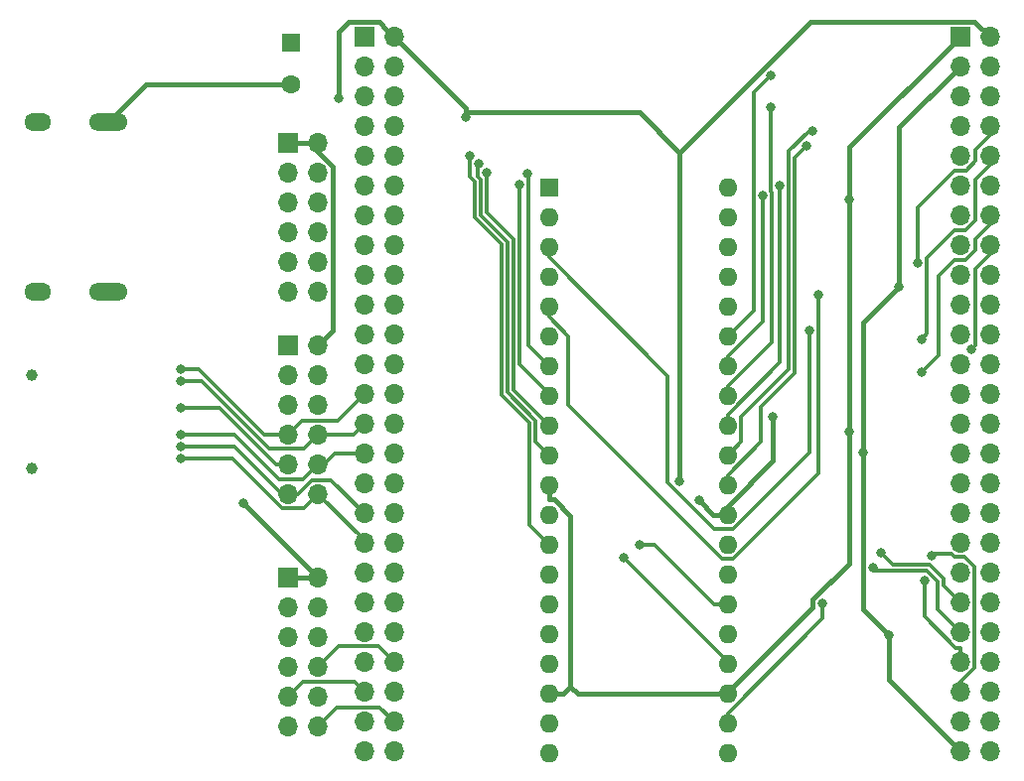
<source format=gbl>
G04 #@! TF.GenerationSoftware,KiCad,Pcbnew,8.0.3*
G04 #@! TF.CreationDate,2024-06-06T03:05:29-03:00*
G04 #@! TF.ProjectId,MSX_GOAULD_XC7,4d53585f-474f-4415-954c-445f5843372e,rev?*
G04 #@! TF.SameCoordinates,Original*
G04 #@! TF.FileFunction,Copper,L2,Bot*
G04 #@! TF.FilePolarity,Positive*
%FSLAX46Y46*%
G04 Gerber Fmt 4.6, Leading zero omitted, Abs format (unit mm)*
G04 Created by KiCad (PCBNEW 8.0.3) date 2024-06-06 03:05:29*
%MOMM*%
%LPD*%
G01*
G04 APERTURE LIST*
G04 #@! TA.AperFunction,ComponentPad*
%ADD10R,1.600000X1.600000*%
G04 #@! TD*
G04 #@! TA.AperFunction,ComponentPad*
%ADD11O,1.600000X1.600000*%
G04 #@! TD*
G04 #@! TA.AperFunction,ComponentPad*
%ADD12O,3.300000X1.500000*%
G04 #@! TD*
G04 #@! TA.AperFunction,ComponentPad*
%ADD13O,2.300000X1.500000*%
G04 #@! TD*
G04 #@! TA.AperFunction,ComponentPad*
%ADD14C,1.000000*%
G04 #@! TD*
G04 #@! TA.AperFunction,ComponentPad*
%ADD15C,1.600000*%
G04 #@! TD*
G04 #@! TA.AperFunction,ComponentPad*
%ADD16R,1.700000X1.700000*%
G04 #@! TD*
G04 #@! TA.AperFunction,ComponentPad*
%ADD17O,1.700000X1.700000*%
G04 #@! TD*
G04 #@! TA.AperFunction,ViaPad*
%ADD18C,0.800000*%
G04 #@! TD*
G04 #@! TA.AperFunction,Conductor*
%ADD19C,0.450000*%
G04 #@! TD*
G04 #@! TA.AperFunction,Conductor*
%ADD20C,0.300000*%
G04 #@! TD*
G04 APERTURE END LIST*
D10*
X141351000Y-93472000D03*
D11*
X141351000Y-96012000D03*
X141351000Y-98552000D03*
X141351000Y-101092000D03*
X141351000Y-103632000D03*
X141351000Y-106172000D03*
X141351000Y-108712000D03*
X141351000Y-111252000D03*
X141351000Y-113792000D03*
X141351000Y-116332000D03*
X141351000Y-118872000D03*
X141351000Y-121412000D03*
X141351000Y-123952000D03*
X141351000Y-126492000D03*
X141351000Y-129032000D03*
X141351000Y-131572000D03*
X141351000Y-134112000D03*
X141351000Y-136652000D03*
X141351000Y-139192000D03*
X141351000Y-141732000D03*
X156591000Y-141732000D03*
X156591000Y-139192000D03*
X156591000Y-136652000D03*
X156591000Y-134112000D03*
X156591000Y-131572000D03*
X156591000Y-129032000D03*
X156591000Y-126492000D03*
X156591000Y-123952000D03*
X156591000Y-121412000D03*
X156591000Y-118872000D03*
X156591000Y-116332000D03*
X156591000Y-113792000D03*
X156591000Y-111252000D03*
X156591000Y-108712000D03*
X156591000Y-106172000D03*
X156591000Y-103632000D03*
X156591000Y-101092000D03*
X156591000Y-98552000D03*
X156591000Y-96012000D03*
X156591000Y-93472000D03*
D12*
X103750000Y-102384000D03*
X103750000Y-87884000D03*
D13*
X97790000Y-102384000D03*
X97790000Y-87884000D03*
D14*
X97282000Y-109474000D03*
X97282000Y-117474000D03*
D10*
X119380000Y-81151300D03*
D15*
X119380000Y-84651300D03*
D16*
X119126000Y-89662000D03*
D17*
X121666000Y-89662000D03*
X119126000Y-92202000D03*
X121666000Y-92202000D03*
X119126000Y-94742000D03*
X121666000Y-94742000D03*
X119126000Y-97282000D03*
X121666000Y-97282000D03*
X119126000Y-99822000D03*
X121666000Y-99822000D03*
X119126000Y-102362000D03*
X121666000Y-102362000D03*
D16*
X119126000Y-106934000D03*
D17*
X121666000Y-106934000D03*
X119126000Y-109474000D03*
X121666000Y-109474000D03*
X119126000Y-112014000D03*
X121666000Y-112014000D03*
X119126000Y-114554000D03*
X121666000Y-114554000D03*
X119126000Y-117094000D03*
X121666000Y-117094000D03*
X119126000Y-119634000D03*
X121666000Y-119634000D03*
D16*
X125597500Y-80624000D03*
D17*
X128137500Y-80624000D03*
X125597500Y-83164000D03*
X128137500Y-83164000D03*
X125597500Y-85704000D03*
X128137500Y-85704000D03*
X125597500Y-88244000D03*
X128137500Y-88244000D03*
X125597500Y-90784000D03*
X128137500Y-90784000D03*
X125597500Y-93324000D03*
X128137500Y-93324000D03*
X125597500Y-95864000D03*
X128137500Y-95864000D03*
X125597500Y-98404000D03*
X128137500Y-98404000D03*
X125597500Y-100944000D03*
X128137500Y-100944000D03*
X125597500Y-103484000D03*
X128137500Y-103484000D03*
X125597500Y-106024000D03*
X128137500Y-106024000D03*
X125597500Y-108564000D03*
X128137500Y-108564000D03*
X125597500Y-111104000D03*
X128137500Y-111104000D03*
X125597500Y-113644000D03*
X128137500Y-113644000D03*
X125597500Y-116184000D03*
X128137500Y-116184000D03*
X125597500Y-118724000D03*
X128137500Y-118724000D03*
X125597500Y-121264000D03*
X128137500Y-121264000D03*
X125597500Y-123804000D03*
X128137500Y-123804000D03*
X125597500Y-126344000D03*
X128137500Y-126344000D03*
X125597500Y-128884000D03*
X128137500Y-128884000D03*
X125597500Y-131424000D03*
X128137500Y-131424000D03*
X125597500Y-133964000D03*
X128137500Y-133964000D03*
X125597500Y-136504000D03*
X128137500Y-136504000D03*
X125597500Y-139044000D03*
X128137500Y-139044000D03*
X125597500Y-141584000D03*
X128137500Y-141584000D03*
D16*
X176397500Y-80594000D03*
D17*
X178937500Y-80594000D03*
X176397500Y-83134000D03*
X178937500Y-83134000D03*
X176397500Y-85674000D03*
X178937500Y-85674000D03*
X176397500Y-88214000D03*
X178937500Y-88214000D03*
X176397500Y-90754000D03*
X178937500Y-90754000D03*
X176397500Y-93294000D03*
X178937500Y-93294000D03*
X176397500Y-95834000D03*
X178937500Y-95834000D03*
X176397500Y-98374000D03*
X178937500Y-98374000D03*
X176397500Y-100914000D03*
X178937500Y-100914000D03*
X176397500Y-103454000D03*
X178937500Y-103454000D03*
X176397500Y-105994000D03*
X178937500Y-105994000D03*
X176397500Y-108534000D03*
X178937500Y-108534000D03*
X176397500Y-111074000D03*
X178937500Y-111074000D03*
X176397500Y-113614000D03*
X178937500Y-113614000D03*
X176397500Y-116154000D03*
X178937500Y-116154000D03*
X176397500Y-118694000D03*
X178937500Y-118694000D03*
X176397500Y-121234000D03*
X178937500Y-121234000D03*
X176397500Y-123774000D03*
X178937500Y-123774000D03*
X176397500Y-126314000D03*
X178937500Y-126314000D03*
X176397500Y-128854000D03*
X178937500Y-128854000D03*
X176397500Y-131394000D03*
X178937500Y-131394000D03*
X176397500Y-133934000D03*
X178937500Y-133934000D03*
X176397500Y-136474000D03*
X178937500Y-136474000D03*
X176397500Y-139014000D03*
X178937500Y-139014000D03*
X176397500Y-141554000D03*
X178937500Y-141554000D03*
D16*
X119126000Y-126746000D03*
D17*
X121666000Y-126746000D03*
X119126000Y-129286000D03*
X121666000Y-129286000D03*
X119126000Y-131826000D03*
X121666000Y-131826000D03*
X119126000Y-134366000D03*
X121666000Y-134366000D03*
X119126000Y-136906000D03*
X121666000Y-136906000D03*
X119126000Y-139446000D03*
X121666000Y-139446000D03*
D18*
X123444000Y-85852000D03*
X152480700Y-118533700D03*
X115316000Y-120396000D03*
X134250000Y-87492000D03*
X170309700Y-131631000D03*
X160466200Y-113060700D03*
X168122700Y-116078000D03*
X171197500Y-101974900D03*
X154151700Y-120199400D03*
X166935000Y-94541300D03*
X166915800Y-114325300D03*
X163320300Y-89916000D03*
X172822600Y-99917800D03*
X173112500Y-106423300D03*
X164662200Y-129000100D03*
X149124500Y-123943200D03*
X138823000Y-93201500D03*
X139510000Y-92265400D03*
X136014000Y-92215000D03*
X135382000Y-91440000D03*
X134601000Y-90815300D03*
X163830000Y-88646000D03*
X161056300Y-93353000D03*
X160285800Y-86615700D03*
X159554700Y-94186100D03*
X160266800Y-83900200D03*
X164292000Y-102660700D03*
X163571200Y-105697800D03*
X173107900Y-109220000D03*
X177334500Y-107312000D03*
X147719000Y-125079600D03*
X169680300Y-124662600D03*
X168984200Y-125932600D03*
X173940800Y-124885200D03*
X173363500Y-127025500D03*
X109982000Y-115570000D03*
X109982000Y-116586000D03*
X109982000Y-108966000D03*
X109982000Y-109982000D03*
X109982000Y-114554000D03*
X109982000Y-112268000D03*
D19*
X126862000Y-79349000D02*
X127500000Y-79986500D01*
X134250000Y-87056500D02*
X134250000Y-87492000D01*
X134250000Y-87056500D02*
X149049700Y-87056500D01*
X127500000Y-79986500D02*
X128138000Y-80624000D01*
X123444000Y-85852000D02*
X123444000Y-85789000D01*
X152480700Y-90487500D02*
X163650900Y-79317300D01*
X121666000Y-126746000D02*
X119126000Y-126746000D01*
X152480700Y-118533700D02*
X152480700Y-90487500D01*
X123444000Y-80170200D02*
X124265000Y-79349000D01*
X127500000Y-79986500D02*
X128137500Y-80624000D01*
X177660800Y-79317300D02*
X178937500Y-80594000D01*
X120929000Y-89662000D02*
X122941000Y-91673900D01*
X124265000Y-79349000D02*
X126862000Y-79349000D01*
X123444000Y-85852000D02*
X123444000Y-85789000D01*
X122941000Y-105659000D02*
X121666000Y-106934000D01*
X123444000Y-85789000D02*
X123444000Y-80170200D01*
X134250000Y-86736500D02*
X134250000Y-87056500D01*
X128138000Y-80624000D02*
X134250000Y-86736500D01*
X149049700Y-87056500D02*
X152480700Y-90487500D01*
X119126000Y-89662000D02*
X120929000Y-89662000D01*
X115316000Y-120396000D02*
X121666000Y-126746000D01*
X122941000Y-91673900D02*
X122941000Y-105659000D01*
X163650900Y-79317300D02*
X177660800Y-79317300D01*
X176397500Y-141554000D02*
X170309700Y-135466200D01*
X168140700Y-116078000D02*
X168140700Y-105031700D01*
X106983000Y-84651300D02*
X103750000Y-87884000D01*
X156591000Y-120645300D02*
X160466200Y-116770100D01*
X168140700Y-116078000D02*
X168140700Y-129462000D01*
X155364300Y-121412000D02*
X154151700Y-120199400D01*
X168140700Y-129462000D02*
X170309700Y-131631000D01*
X171197500Y-88334000D02*
X176397500Y-83134000D01*
X156591000Y-121412000D02*
X156591000Y-120645300D01*
X160466200Y-116770100D02*
X160466200Y-113060700D01*
X170309700Y-135466200D02*
X170309700Y-131631000D01*
X168140700Y-105031700D02*
X171197500Y-101974900D01*
X156591000Y-121412000D02*
X155364300Y-121412000D01*
X171197500Y-101974900D02*
X171197500Y-88334000D01*
X119380000Y-84651300D02*
X106983000Y-84651300D01*
X168140700Y-116078000D02*
X168122700Y-116078000D01*
X156591000Y-136652000D02*
X143804500Y-136652000D01*
X166935000Y-90056500D02*
X166935000Y-94541300D01*
X143191100Y-136038600D02*
X142577700Y-136652000D01*
X166915800Y-125579773D02*
X166915800Y-114325300D01*
X141351000Y-118872000D02*
X141351000Y-120098700D01*
X143191100Y-121487800D02*
X141802000Y-120098700D01*
X163837200Y-129278800D02*
X163837200Y-128658373D01*
X143804500Y-136652000D02*
X143191100Y-136038600D01*
X166915800Y-94560500D02*
X166915800Y-114325300D01*
X166935000Y-94541300D02*
X166915800Y-94560500D01*
X143191100Y-136038600D02*
X143191100Y-121487800D01*
X156591000Y-136652000D02*
X156591000Y-136525000D01*
X141802000Y-120098700D02*
X141351000Y-120098700D01*
X156591000Y-136525000D02*
X163837200Y-129278800D01*
X141351000Y-136652000D02*
X142577700Y-136652000D01*
X163837200Y-128658373D02*
X166915800Y-125579773D01*
X176397500Y-80594000D02*
X166935000Y-90056500D01*
D20*
X156591000Y-118872000D02*
X156591000Y-118008200D01*
X162309800Y-90926500D02*
X163320300Y-89916000D01*
X159450600Y-115148600D02*
X159450600Y-112197000D01*
X156591000Y-118008200D02*
X159450600Y-115148600D01*
X162309800Y-109337800D02*
X162309800Y-90926500D01*
X159450600Y-112197000D02*
X162309800Y-109337800D01*
X172822600Y-95148800D02*
X172822600Y-99917800D01*
X178937500Y-88214000D02*
X178937500Y-89040100D01*
X178937500Y-89040100D02*
X177735800Y-90241800D01*
X177735800Y-90241800D02*
X177735800Y-91200000D01*
X175947400Y-92024000D02*
X172822600Y-95148800D01*
X176911800Y-92024000D02*
X175947400Y-92024000D01*
X177735800Y-91200000D02*
X176911800Y-92024000D01*
X175966300Y-97104000D02*
X173574300Y-99496000D01*
X173574300Y-105961500D02*
X173112500Y-106423300D01*
X177735800Y-92781800D02*
X177735800Y-96252200D01*
X177735800Y-96252200D02*
X176884000Y-97104000D01*
X178937500Y-90754000D02*
X178937500Y-91580100D01*
X173574300Y-99496000D02*
X173574300Y-105961500D01*
X176884000Y-97104000D02*
X175966300Y-97104000D01*
X178937500Y-91580100D02*
X177735800Y-92781800D01*
X156591000Y-138328200D02*
X164662200Y-130257000D01*
X156591000Y-139192000D02*
X156591000Y-138328200D01*
X164662200Y-130257000D02*
X164662200Y-129000100D01*
X156591000Y-129032000D02*
X155439300Y-129032000D01*
X150350500Y-123943200D02*
X149124500Y-123943200D01*
X155439300Y-129032000D02*
X150350500Y-123943200D01*
X138811000Y-108585000D02*
X141351000Y-111125000D01*
X138811000Y-93213200D02*
X138811000Y-108585000D01*
X141351000Y-111125000D02*
X141351000Y-111252000D01*
X138823000Y-93201500D02*
X138811000Y-93213200D01*
X141351000Y-108712000D02*
X139573000Y-106934000D01*
X139573000Y-106934000D02*
X139573000Y-92456000D01*
X139573200Y-92455800D02*
X139573000Y-92456000D01*
X139637000Y-92392400D02*
X139510000Y-92265400D01*
X139573200Y-92329200D02*
X139573200Y-92455800D01*
X139510000Y-92265400D02*
X139573200Y-92329200D01*
X139573200Y-92329200D02*
X139636000Y-92392600D01*
X136017000Y-95631000D02*
X138311000Y-97925000D01*
X136017000Y-92217900D02*
X136017000Y-95631000D01*
X138311000Y-110752000D02*
X141351000Y-113792000D01*
X138311000Y-97925000D02*
X138311000Y-110752000D01*
X136014000Y-92215000D02*
X136017000Y-92217900D01*
X135517000Y-95838100D02*
X137811000Y-98132100D01*
X135264000Y-91558000D02*
X135264000Y-92525600D01*
X137811000Y-110959000D02*
X140201000Y-113349000D01*
X140201000Y-115182000D02*
X141351000Y-116332000D01*
X137811000Y-98132100D02*
X137811000Y-110959000D01*
X135517000Y-92778600D02*
X135517000Y-95838100D01*
X140201000Y-113349000D02*
X140201000Y-115182000D01*
X135264000Y-92525600D02*
X135517000Y-92778600D01*
X135382000Y-91440000D02*
X135264000Y-91558000D01*
X137311000Y-98339200D02*
X137311000Y-111166000D01*
X135017000Y-96045200D02*
X137311000Y-98339200D01*
X139701000Y-113556000D02*
X139701000Y-122302000D01*
X137311000Y-111166000D02*
X139701000Y-113556000D01*
X135017000Y-92985700D02*
X135017000Y-96045200D01*
X139701000Y-122302000D02*
X141351000Y-123952000D01*
X134601000Y-92569800D02*
X135017000Y-92985700D01*
X134601000Y-90815300D02*
X134601000Y-92569800D01*
X161808100Y-90367539D02*
X161808100Y-109006000D01*
X157742700Y-113071400D02*
X157742700Y-115180300D01*
X163529639Y-88646000D02*
X161808100Y-90367539D01*
X163830000Y-88646000D02*
X163529639Y-88646000D01*
X157742700Y-115180300D02*
X156591000Y-116332000D01*
X161808100Y-109006000D02*
X157742700Y-113071400D01*
X156718000Y-112762700D02*
X161056300Y-108424400D01*
X161056300Y-108424400D02*
X161056300Y-93353000D01*
X156591000Y-113792000D02*
X156591000Y-112903000D01*
X156591000Y-112903000D02*
X156718000Y-112776000D01*
X156718000Y-112776000D02*
X156718000Y-112762700D01*
X160307700Y-106671500D02*
X160307700Y-93875800D01*
X160307700Y-93875800D02*
X160285800Y-93853900D01*
X160285800Y-93853900D02*
X160285800Y-86615700D01*
X156591000Y-111252000D02*
X156591000Y-110388200D01*
X156591000Y-110388200D02*
X160307700Y-106671500D01*
X156591000Y-108712000D02*
X156591000Y-107848200D01*
X159554700Y-104884500D02*
X159554700Y-94186100D01*
X156591000Y-107848200D02*
X159554700Y-104884500D01*
X160266800Y-83900200D02*
X158803000Y-85364000D01*
X158803000Y-85364000D02*
X158803000Y-103960000D01*
X158803000Y-103960000D02*
X156591000Y-106172000D01*
X156129000Y-125125600D02*
X157069600Y-125125600D01*
X141351000Y-103632000D02*
X141351000Y-104495700D01*
X143002000Y-111998600D02*
X156129000Y-125125600D01*
X157069600Y-125125600D02*
X164354800Y-117840400D01*
X164354800Y-102723500D02*
X164292000Y-102660700D01*
X141351000Y-104495700D02*
X143002000Y-106146700D01*
X143002000Y-106146700D02*
X143002000Y-111998600D01*
X164354800Y-117840400D02*
X164354800Y-102723500D01*
X155428400Y-122595000D02*
X157045300Y-122595000D01*
X141351000Y-98552000D02*
X141351000Y-99415800D01*
X151485400Y-109550200D02*
X151485400Y-118652000D01*
X141351000Y-99415800D02*
X151485400Y-109550200D01*
X157045300Y-122595000D02*
X163571200Y-116069100D01*
X151485400Y-118652000D02*
X155428400Y-122595000D01*
X163571200Y-116069100D02*
X163571200Y-105697800D01*
X177735800Y-97861800D02*
X177735800Y-98799900D01*
X177735800Y-98799900D02*
X176891700Y-99644000D01*
X176891700Y-99644000D02*
X175892600Y-99644000D01*
X174528800Y-101007800D02*
X174528800Y-107799100D01*
X174528800Y-107799100D02*
X173107900Y-109220000D01*
X178937500Y-96660100D02*
X177735800Y-97861800D01*
X175892600Y-99644000D02*
X174528800Y-101007800D01*
X178937500Y-95834000D02*
X178937500Y-96660100D01*
X177334500Y-107312000D02*
X177667500Y-106979000D01*
X177667500Y-106979000D02*
X177667500Y-100472200D01*
X177667500Y-100472200D02*
X178937500Y-99202200D01*
X178937500Y-99202200D02*
X178937500Y-98374000D01*
X156591000Y-133951600D02*
X147719000Y-125079600D01*
X156591000Y-134112000D02*
X156591000Y-133951600D01*
X169680300Y-124662600D02*
X170654600Y-125636900D01*
X174998000Y-127454500D02*
X176397500Y-128854000D01*
X174998000Y-126820200D02*
X174998000Y-127454500D01*
X173814700Y-125636900D02*
X174998000Y-126820200D01*
X170654600Y-125636900D02*
X173814700Y-125636900D01*
X174498000Y-127099339D02*
X174498000Y-129494500D01*
X173537261Y-126138600D02*
X174498000Y-127099339D01*
X168984200Y-125932600D02*
X169190200Y-126138600D01*
X174498000Y-129494500D02*
X176397500Y-131394000D01*
X169190200Y-126138600D02*
X173537261Y-126138600D01*
X175640443Y-124714000D02*
X174112000Y-124714000D01*
X177616400Y-125833400D02*
X176757000Y-124974000D01*
X177616400Y-134426900D02*
X177616400Y-125833400D01*
X176397500Y-136474000D02*
X176397500Y-135645800D01*
X175900443Y-124974000D02*
X175640443Y-124714000D01*
X176397500Y-135645800D02*
X177616400Y-134426900D01*
X174112000Y-124714000D02*
X173940800Y-124885200D01*
X176757000Y-124974000D02*
X175900443Y-124974000D01*
X173363500Y-130071800D02*
X173363500Y-127025500D01*
X176397500Y-132732300D02*
X176024000Y-132732300D01*
X176397500Y-133934000D02*
X176397500Y-132732300D01*
X176024000Y-132732300D02*
X173363500Y-130071800D01*
X122768000Y-118434000D02*
X125597500Y-121263500D01*
X121169000Y-118434000D02*
X122768000Y-118434000D01*
X125597500Y-121263500D02*
X125598000Y-121264000D01*
X109982000Y-115570000D02*
X114554000Y-115570000D01*
X114554000Y-115570000D02*
X118618000Y-119634000D01*
X118618000Y-119634000D02*
X119126000Y-119634000D01*
X125597500Y-121263500D02*
X125597500Y-121264000D01*
X119969000Y-119634000D02*
X121169000Y-118434000D01*
X119126000Y-119634000D02*
X119969000Y-119634000D01*
X121666000Y-119634000D02*
X125598000Y-123566000D01*
X125598000Y-123685000D02*
X125598000Y-123804000D01*
X125597500Y-123685500D02*
X125597500Y-123804000D01*
X125598000Y-123685000D02*
X125597500Y-123685500D01*
X109982000Y-116586000D02*
X114381000Y-116586000D01*
X125598000Y-123566000D02*
X125598000Y-123685000D01*
X120466000Y-120834000D02*
X121666000Y-119634000D01*
X118629000Y-120834000D02*
X120466000Y-120834000D01*
X114381000Y-116586000D02*
X118629000Y-120834000D01*
X125597500Y-111104000D02*
X125597600Y-111104000D01*
X111506000Y-108966000D02*
X117094000Y-114554000D01*
X123348000Y-113354000D02*
X125597800Y-111104200D01*
X109982000Y-108966000D02*
X111506000Y-108966000D01*
X125597800Y-111104200D02*
X125598000Y-111104000D01*
X120326000Y-113354000D02*
X123348000Y-113354000D01*
X117094000Y-114554000D02*
X119126000Y-114554000D01*
X119126000Y-114554000D02*
X120326000Y-113354000D01*
X125597600Y-111104000D02*
X125597800Y-111104200D01*
X120466000Y-115754000D02*
X121666000Y-114554000D01*
X125597500Y-113644500D02*
X125597500Y-113644000D01*
X121666000Y-114554000D02*
X124688000Y-114554000D01*
X124688000Y-114554000D02*
X125597500Y-113644500D01*
X117532000Y-115754000D02*
X120466000Y-115754000D01*
X109982000Y-109982000D02*
X111760000Y-109982000D01*
X125597500Y-113644500D02*
X125598000Y-113644000D01*
X111760000Y-109982000D02*
X117532000Y-115754000D01*
X121666000Y-117094000D02*
X122174000Y-117094000D01*
X122174000Y-117094000D02*
X123084000Y-116184000D01*
X114554000Y-114554000D02*
X118364000Y-118364000D01*
X125597500Y-116184000D02*
X125598000Y-116184000D01*
X123084000Y-116184000D02*
X125597500Y-116184000D01*
X120396000Y-118364000D02*
X121666000Y-117094000D01*
X118364000Y-118364000D02*
X120396000Y-118364000D01*
X109982000Y-114554000D02*
X114554000Y-114554000D01*
X113284000Y-112268000D02*
X118110000Y-117094000D01*
X118110000Y-117094000D02*
X119126000Y-117094000D01*
X109982000Y-112268000D02*
X113284000Y-112268000D01*
X128137500Y-139044000D02*
X126937500Y-137844000D01*
X126937500Y-137844000D02*
X123268000Y-137844000D01*
X123268000Y-137844000D02*
X121666000Y-139446000D01*
X120378000Y-135654000D02*
X119126000Y-136906000D01*
X125597500Y-136504000D02*
X124747500Y-135654000D01*
X124747500Y-135654000D02*
X120378000Y-135654000D01*
X126797500Y-132624000D02*
X128137500Y-133964000D01*
X123408000Y-132624000D02*
X126797500Y-132624000D01*
X121666000Y-134366000D02*
X123408000Y-132624000D01*
M02*

</source>
